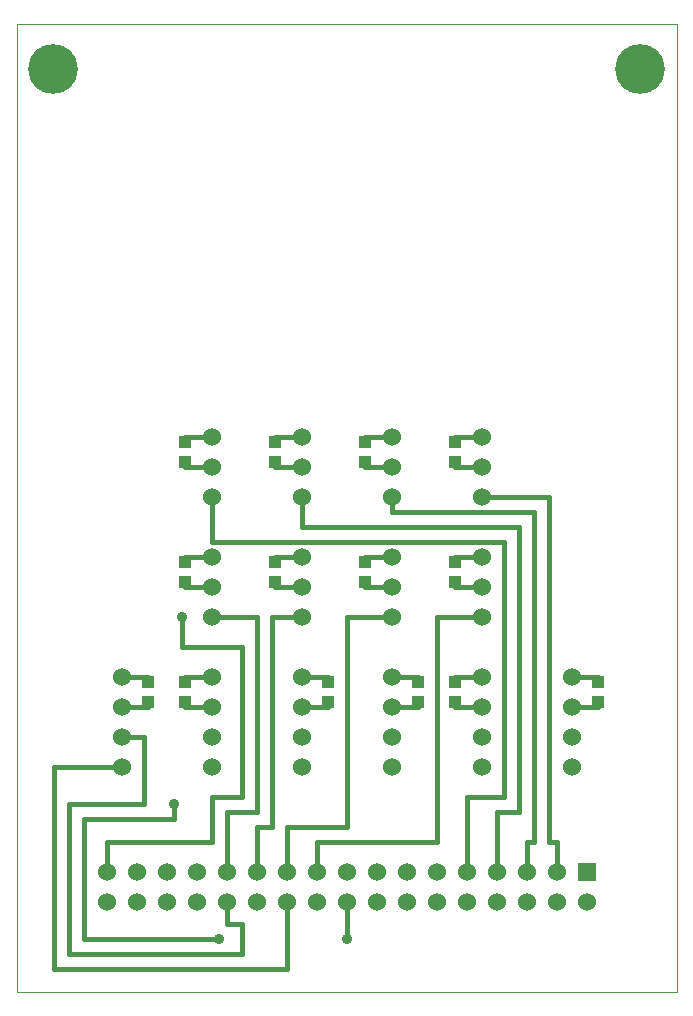
<source format=gbl>
G75*
%MOIN*%
%OFA0B0*%
%FSLAX24Y24*%
%IPPOS*%
%LPD*%
%AMOC8*
5,1,8,0,0,1.08239X$1,22.5*
%
%ADD10C,0.0000*%
%ADD11C,0.0600*%
%ADD12R,0.0600X0.0600*%
%ADD13R,0.0394X0.0433*%
%ADD14C,0.0356*%
%ADD15C,0.0160*%
%ADD16C,0.1660*%
D10*
X000100Y000100D02*
X000100Y032350D01*
X022100Y032350D01*
X022100Y000100D01*
X000100Y000100D01*
D11*
X003100Y003100D03*
X003100Y004100D03*
X004100Y004100D03*
X004100Y003100D03*
X005100Y003100D03*
X005100Y004100D03*
X006100Y004100D03*
X006100Y003100D03*
X007100Y003100D03*
X007100Y004100D03*
X008100Y004100D03*
X008100Y003100D03*
X009100Y003100D03*
X009100Y004100D03*
X010100Y004100D03*
X010100Y003100D03*
X011100Y003100D03*
X011100Y004100D03*
X012100Y004100D03*
X012100Y003100D03*
X013100Y003100D03*
X013100Y004100D03*
X014100Y004100D03*
X014100Y003100D03*
X015100Y003100D03*
X015100Y004100D03*
X016100Y004100D03*
X016100Y003100D03*
X017100Y003100D03*
X017100Y004100D03*
X018100Y004100D03*
X018100Y003100D03*
X019100Y003100D03*
X018600Y007600D03*
X018600Y008600D03*
X018600Y009600D03*
X018600Y010600D03*
X015600Y010600D03*
X015600Y009600D03*
X015600Y008600D03*
X015600Y007600D03*
X012600Y007600D03*
X012600Y008600D03*
X012600Y009600D03*
X012600Y010600D03*
X012600Y012600D03*
X012600Y013600D03*
X012600Y014600D03*
X012600Y016600D03*
X012600Y017600D03*
X012600Y018600D03*
X009600Y018600D03*
X009600Y017600D03*
X009600Y016600D03*
X009600Y014600D03*
X009600Y013600D03*
X009600Y012600D03*
X009600Y010600D03*
X009600Y009600D03*
X009600Y008600D03*
X009600Y007600D03*
X006600Y007600D03*
X006600Y008600D03*
X006600Y009600D03*
X006600Y010600D03*
X006600Y012600D03*
X006600Y013600D03*
X006600Y014600D03*
X006600Y016600D03*
X006600Y017600D03*
X006600Y018600D03*
X003600Y010600D03*
X003600Y009600D03*
X003600Y008600D03*
X003600Y007600D03*
X015600Y012600D03*
X015600Y013600D03*
X015600Y014600D03*
X015600Y016600D03*
X015600Y017600D03*
X015600Y018600D03*
D12*
X019100Y004100D03*
D13*
X019475Y009765D03*
X019475Y010435D03*
X014725Y010435D03*
X014725Y009765D03*
X013475Y009765D03*
X013475Y010435D03*
X014725Y013765D03*
X014725Y014435D03*
X014725Y017765D03*
X014725Y018435D03*
X011725Y018435D03*
X011725Y017765D03*
X011725Y014435D03*
X011725Y013765D03*
X010475Y010435D03*
X010475Y009765D03*
X008725Y013765D03*
X008725Y014435D03*
X008725Y017765D03*
X008725Y018435D03*
X005725Y018435D03*
X005725Y017765D03*
X005725Y014435D03*
X005725Y013765D03*
X005725Y010435D03*
X005725Y009765D03*
X004475Y009765D03*
X004475Y010435D03*
D14*
X005600Y012600D03*
X005350Y006350D03*
X006850Y001850D03*
X011100Y001850D03*
D15*
X011100Y003100D01*
X010100Y004100D02*
X010100Y005100D01*
X014100Y005100D01*
X014100Y012600D01*
X015600Y012600D01*
X015600Y013600D02*
X014725Y013600D01*
X014725Y013765D01*
X014725Y014435D02*
X014725Y014600D01*
X015600Y014600D01*
X016350Y015100D02*
X016350Y006600D01*
X015100Y006600D01*
X015100Y004100D01*
X016100Y004100D02*
X016100Y006100D01*
X016850Y006100D01*
X016850Y015600D01*
X009600Y015600D01*
X009600Y016600D01*
X009600Y017600D02*
X008725Y017600D01*
X008725Y017765D01*
X008725Y018435D02*
X008725Y018600D01*
X009600Y018600D01*
X011725Y018600D02*
X011725Y018435D01*
X011725Y018600D02*
X012600Y018600D01*
X012600Y017600D02*
X011725Y017600D01*
X011725Y017765D01*
X012600Y016600D02*
X012600Y016100D01*
X017350Y016100D01*
X017350Y005100D01*
X017100Y005100D01*
X017100Y004100D01*
X017850Y005100D02*
X017850Y016600D01*
X015600Y016600D01*
X015600Y017600D02*
X014725Y017600D01*
X014725Y017765D01*
X014725Y018435D02*
X014725Y018600D01*
X015600Y018600D01*
X016350Y015100D02*
X006600Y015100D01*
X006600Y016600D01*
X006600Y017600D02*
X005725Y017600D01*
X005725Y017765D01*
X005725Y018435D02*
X005725Y018600D01*
X006600Y018600D01*
X006600Y014600D02*
X005725Y014600D01*
X005725Y014435D01*
X005725Y013765D02*
X005725Y013600D01*
X006600Y013600D01*
X006600Y012600D02*
X008100Y012600D01*
X008100Y006100D01*
X007100Y006100D01*
X007100Y004100D01*
X007100Y003100D02*
X007100Y002350D01*
X007600Y002350D01*
X007600Y001350D01*
X001850Y001350D01*
X001850Y006350D01*
X004350Y006350D01*
X004350Y008600D01*
X003600Y008600D01*
X003600Y007600D02*
X001350Y007600D01*
X001350Y000850D01*
X009100Y000850D01*
X009100Y003100D01*
X009100Y004100D02*
X009100Y005600D01*
X011100Y005600D01*
X011100Y012600D01*
X012600Y012600D01*
X012600Y013600D02*
X011725Y013600D01*
X011725Y013765D01*
X011725Y014435D02*
X011725Y014600D01*
X012600Y014600D01*
X012600Y010600D02*
X013475Y010600D01*
X013475Y010435D01*
X013475Y009765D02*
X013475Y009600D01*
X012600Y009600D01*
X010475Y009600D02*
X009600Y009600D01*
X009600Y010600D02*
X010475Y010600D01*
X010475Y010435D01*
X010475Y009765D02*
X010475Y009600D01*
X009600Y012600D02*
X008600Y012600D01*
X008600Y005600D01*
X008100Y005600D01*
X008100Y004100D01*
X006600Y005100D02*
X003100Y005100D01*
X003100Y004100D01*
X002350Y005850D02*
X002350Y001850D01*
X006850Y001850D01*
X006600Y005100D02*
X006600Y006600D01*
X007600Y006600D01*
X007600Y011600D01*
X005600Y011600D01*
X005600Y012600D01*
X005725Y010600D02*
X006600Y010600D01*
X006600Y009600D02*
X005725Y009600D01*
X005725Y009765D01*
X005725Y010435D02*
X005725Y010600D01*
X004475Y010600D02*
X003600Y010600D01*
X003600Y009600D02*
X004475Y009600D01*
X004475Y009765D01*
X004475Y010435D02*
X004475Y010600D01*
X005350Y006350D02*
X005350Y005850D01*
X002350Y005850D01*
X008725Y013600D02*
X009600Y013600D01*
X009600Y014600D02*
X008725Y014600D01*
X008725Y014435D01*
X008725Y013765D02*
X008725Y013600D01*
X014725Y010600D02*
X015600Y010600D01*
X015600Y009600D02*
X014725Y009600D01*
X014725Y009765D01*
X014725Y010435D02*
X014725Y010600D01*
X018600Y010600D02*
X019475Y010600D01*
X019475Y010435D01*
X019475Y009765D02*
X019475Y009600D01*
X018600Y009600D01*
X018100Y005100D02*
X017850Y005100D01*
X018100Y005100D02*
X018100Y004100D01*
D16*
X020870Y030875D03*
X001330Y030875D03*
M02*

</source>
